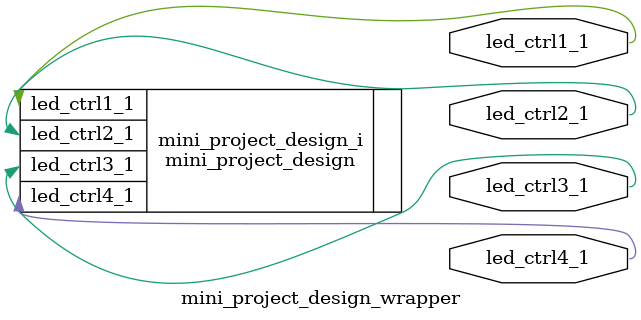
<source format=v>
`timescale 1 ps / 1 ps

module mini_project_design_wrapper
   (led_ctrl1_1,
    led_ctrl2_1,
    led_ctrl3_1,
    led_ctrl4_1);
  output led_ctrl1_1;
  output led_ctrl2_1;
  output led_ctrl3_1;
  output led_ctrl4_1;

  wire led_ctrl1_1;
  wire led_ctrl2_1;
  wire led_ctrl3_1;
  wire led_ctrl4_1;

  mini_project_design mini_project_design_i
       (.led_ctrl1_1(led_ctrl1_1),
        .led_ctrl2_1(led_ctrl2_1),
        .led_ctrl3_1(led_ctrl3_1),
        .led_ctrl4_1(led_ctrl4_1));
endmodule

</source>
